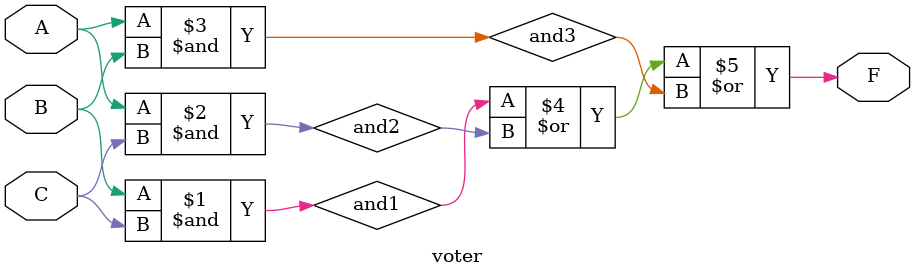
<source format=v>
module voter(F, A, B, C);
input A,B,C;
output F;

and and_1(and1,B,C);
and and_2(and2,A,C);
and and_3(and3,A,B);

or or_1(F,and1,and2,and3);
endmodule



</source>
